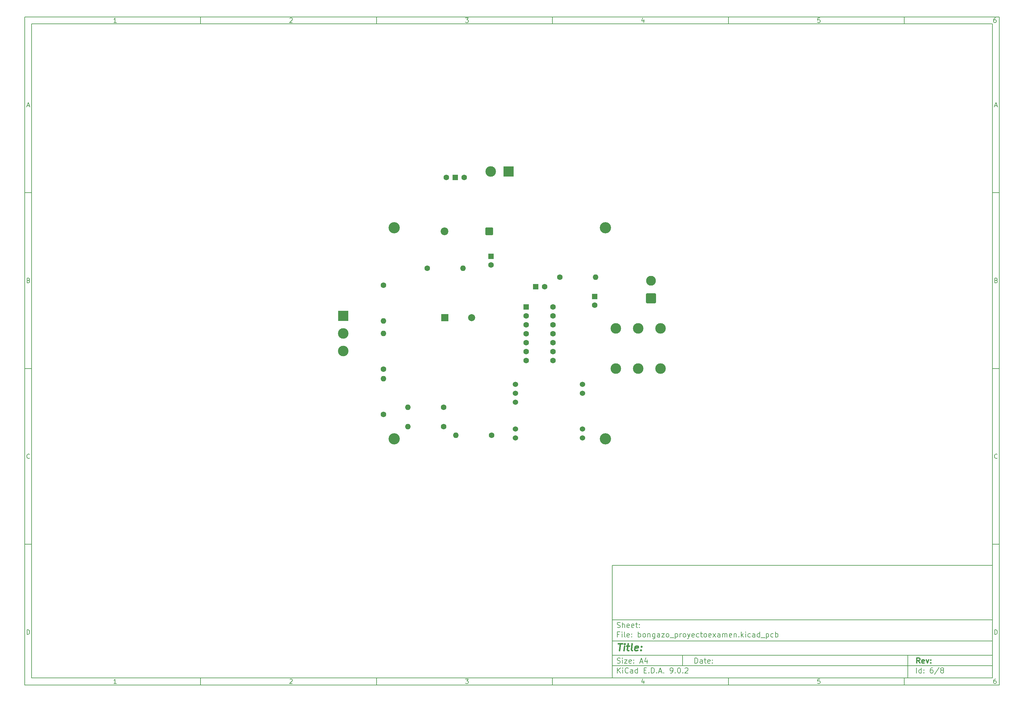
<source format=gbr>
%TF.GenerationSoftware,KiCad,Pcbnew,9.0.2*%
%TF.CreationDate,2025-06-20T15:30:42-04:00*%
%TF.ProjectId,bongazo_proyectoexamen,626f6e67-617a-46f5-9f70-726f79656374,rev?*%
%TF.SameCoordinates,Original*%
%TF.FileFunction,Soldermask,Bot*%
%TF.FilePolarity,Negative*%
%FSLAX46Y46*%
G04 Gerber Fmt 4.6, Leading zero omitted, Abs format (unit mm)*
G04 Created by KiCad (PCBNEW 9.0.2) date 2025-06-20 15:30:42*
%MOMM*%
%LPD*%
G01*
G04 APERTURE LIST*
G04 Aperture macros list*
%AMRoundRect*
0 Rectangle with rounded corners*
0 $1 Rounding radius*
0 $2 $3 $4 $5 $6 $7 $8 $9 X,Y pos of 4 corners*
0 Add a 4 corners polygon primitive as box body*
4,1,4,$2,$3,$4,$5,$6,$7,$8,$9,$2,$3,0*
0 Add four circle primitives for the rounded corners*
1,1,$1+$1,$2,$3*
1,1,$1+$1,$4,$5*
1,1,$1+$1,$6,$7*
1,1,$1+$1,$8,$9*
0 Add four rect primitives between the rounded corners*
20,1,$1+$1,$2,$3,$4,$5,0*
20,1,$1+$1,$4,$5,$6,$7,0*
20,1,$1+$1,$6,$7,$8,$9,0*
20,1,$1+$1,$8,$9,$2,$3,0*%
G04 Aperture macros list end*
%ADD10C,0.100000*%
%ADD11C,0.150000*%
%ADD12C,0.300000*%
%ADD13C,0.400000*%
%ADD14C,1.600000*%
%ADD15O,1.600000X1.600000*%
%ADD16RoundRect,0.250000X-0.550000X-0.550000X0.550000X-0.550000X0.550000X0.550000X-0.550000X0.550000X0*%
%ADD17C,3.200000*%
%ADD18RoundRect,0.250001X1.149999X-1.149999X1.149999X1.149999X-1.149999X1.149999X-1.149999X-1.149999X0*%
%ADD19C,2.800000*%
%ADD20R,2.000000X2.000000*%
%ADD21C,2.000000*%
%ADD22R,1.600000X1.600000*%
%ADD23R,3.000000X3.000000*%
%ADD24C,3.000000*%
%ADD25C,1.524000*%
%ADD26R,1.500000X1.500000*%
%ADD27RoundRect,0.249999X0.850001X0.850001X-0.850001X0.850001X-0.850001X-0.850001X0.850001X-0.850001X0*%
%ADD28C,2.200000*%
%ADD29RoundRect,0.250000X-0.550000X0.550000X-0.550000X-0.550000X0.550000X-0.550000X0.550000X0.550000X0*%
G04 APERTURE END LIST*
D10*
D11*
X177002200Y-166007200D02*
X285002200Y-166007200D01*
X285002200Y-198007200D01*
X177002200Y-198007200D01*
X177002200Y-166007200D01*
D10*
D11*
X10000000Y-10000000D02*
X287002200Y-10000000D01*
X287002200Y-200007200D01*
X10000000Y-200007200D01*
X10000000Y-10000000D01*
D10*
D11*
X12000000Y-12000000D02*
X285002200Y-12000000D01*
X285002200Y-198007200D01*
X12000000Y-198007200D01*
X12000000Y-12000000D01*
D10*
D11*
X60000000Y-12000000D02*
X60000000Y-10000000D01*
D10*
D11*
X110000000Y-12000000D02*
X110000000Y-10000000D01*
D10*
D11*
X160000000Y-12000000D02*
X160000000Y-10000000D01*
D10*
D11*
X210000000Y-12000000D02*
X210000000Y-10000000D01*
D10*
D11*
X260000000Y-12000000D02*
X260000000Y-10000000D01*
D10*
D11*
X36089160Y-11593604D02*
X35346303Y-11593604D01*
X35717731Y-11593604D02*
X35717731Y-10293604D01*
X35717731Y-10293604D02*
X35593922Y-10479319D01*
X35593922Y-10479319D02*
X35470112Y-10603128D01*
X35470112Y-10603128D02*
X35346303Y-10665033D01*
D10*
D11*
X85346303Y-10417414D02*
X85408207Y-10355509D01*
X85408207Y-10355509D02*
X85532017Y-10293604D01*
X85532017Y-10293604D02*
X85841541Y-10293604D01*
X85841541Y-10293604D02*
X85965350Y-10355509D01*
X85965350Y-10355509D02*
X86027255Y-10417414D01*
X86027255Y-10417414D02*
X86089160Y-10541223D01*
X86089160Y-10541223D02*
X86089160Y-10665033D01*
X86089160Y-10665033D02*
X86027255Y-10850747D01*
X86027255Y-10850747D02*
X85284398Y-11593604D01*
X85284398Y-11593604D02*
X86089160Y-11593604D01*
D10*
D11*
X135284398Y-10293604D02*
X136089160Y-10293604D01*
X136089160Y-10293604D02*
X135655826Y-10788842D01*
X135655826Y-10788842D02*
X135841541Y-10788842D01*
X135841541Y-10788842D02*
X135965350Y-10850747D01*
X135965350Y-10850747D02*
X136027255Y-10912652D01*
X136027255Y-10912652D02*
X136089160Y-11036461D01*
X136089160Y-11036461D02*
X136089160Y-11345985D01*
X136089160Y-11345985D02*
X136027255Y-11469795D01*
X136027255Y-11469795D02*
X135965350Y-11531700D01*
X135965350Y-11531700D02*
X135841541Y-11593604D01*
X135841541Y-11593604D02*
X135470112Y-11593604D01*
X135470112Y-11593604D02*
X135346303Y-11531700D01*
X135346303Y-11531700D02*
X135284398Y-11469795D01*
D10*
D11*
X185965350Y-10726938D02*
X185965350Y-11593604D01*
X185655826Y-10231700D02*
X185346303Y-11160271D01*
X185346303Y-11160271D02*
X186151064Y-11160271D01*
D10*
D11*
X236027255Y-10293604D02*
X235408207Y-10293604D01*
X235408207Y-10293604D02*
X235346303Y-10912652D01*
X235346303Y-10912652D02*
X235408207Y-10850747D01*
X235408207Y-10850747D02*
X235532017Y-10788842D01*
X235532017Y-10788842D02*
X235841541Y-10788842D01*
X235841541Y-10788842D02*
X235965350Y-10850747D01*
X235965350Y-10850747D02*
X236027255Y-10912652D01*
X236027255Y-10912652D02*
X236089160Y-11036461D01*
X236089160Y-11036461D02*
X236089160Y-11345985D01*
X236089160Y-11345985D02*
X236027255Y-11469795D01*
X236027255Y-11469795D02*
X235965350Y-11531700D01*
X235965350Y-11531700D02*
X235841541Y-11593604D01*
X235841541Y-11593604D02*
X235532017Y-11593604D01*
X235532017Y-11593604D02*
X235408207Y-11531700D01*
X235408207Y-11531700D02*
X235346303Y-11469795D01*
D10*
D11*
X285965350Y-10293604D02*
X285717731Y-10293604D01*
X285717731Y-10293604D02*
X285593922Y-10355509D01*
X285593922Y-10355509D02*
X285532017Y-10417414D01*
X285532017Y-10417414D02*
X285408207Y-10603128D01*
X285408207Y-10603128D02*
X285346303Y-10850747D01*
X285346303Y-10850747D02*
X285346303Y-11345985D01*
X285346303Y-11345985D02*
X285408207Y-11469795D01*
X285408207Y-11469795D02*
X285470112Y-11531700D01*
X285470112Y-11531700D02*
X285593922Y-11593604D01*
X285593922Y-11593604D02*
X285841541Y-11593604D01*
X285841541Y-11593604D02*
X285965350Y-11531700D01*
X285965350Y-11531700D02*
X286027255Y-11469795D01*
X286027255Y-11469795D02*
X286089160Y-11345985D01*
X286089160Y-11345985D02*
X286089160Y-11036461D01*
X286089160Y-11036461D02*
X286027255Y-10912652D01*
X286027255Y-10912652D02*
X285965350Y-10850747D01*
X285965350Y-10850747D02*
X285841541Y-10788842D01*
X285841541Y-10788842D02*
X285593922Y-10788842D01*
X285593922Y-10788842D02*
X285470112Y-10850747D01*
X285470112Y-10850747D02*
X285408207Y-10912652D01*
X285408207Y-10912652D02*
X285346303Y-11036461D01*
D10*
D11*
X60000000Y-198007200D02*
X60000000Y-200007200D01*
D10*
D11*
X110000000Y-198007200D02*
X110000000Y-200007200D01*
D10*
D11*
X160000000Y-198007200D02*
X160000000Y-200007200D01*
D10*
D11*
X210000000Y-198007200D02*
X210000000Y-200007200D01*
D10*
D11*
X260000000Y-198007200D02*
X260000000Y-200007200D01*
D10*
D11*
X36089160Y-199600804D02*
X35346303Y-199600804D01*
X35717731Y-199600804D02*
X35717731Y-198300804D01*
X35717731Y-198300804D02*
X35593922Y-198486519D01*
X35593922Y-198486519D02*
X35470112Y-198610328D01*
X35470112Y-198610328D02*
X35346303Y-198672233D01*
D10*
D11*
X85346303Y-198424614D02*
X85408207Y-198362709D01*
X85408207Y-198362709D02*
X85532017Y-198300804D01*
X85532017Y-198300804D02*
X85841541Y-198300804D01*
X85841541Y-198300804D02*
X85965350Y-198362709D01*
X85965350Y-198362709D02*
X86027255Y-198424614D01*
X86027255Y-198424614D02*
X86089160Y-198548423D01*
X86089160Y-198548423D02*
X86089160Y-198672233D01*
X86089160Y-198672233D02*
X86027255Y-198857947D01*
X86027255Y-198857947D02*
X85284398Y-199600804D01*
X85284398Y-199600804D02*
X86089160Y-199600804D01*
D10*
D11*
X135284398Y-198300804D02*
X136089160Y-198300804D01*
X136089160Y-198300804D02*
X135655826Y-198796042D01*
X135655826Y-198796042D02*
X135841541Y-198796042D01*
X135841541Y-198796042D02*
X135965350Y-198857947D01*
X135965350Y-198857947D02*
X136027255Y-198919852D01*
X136027255Y-198919852D02*
X136089160Y-199043661D01*
X136089160Y-199043661D02*
X136089160Y-199353185D01*
X136089160Y-199353185D02*
X136027255Y-199476995D01*
X136027255Y-199476995D02*
X135965350Y-199538900D01*
X135965350Y-199538900D02*
X135841541Y-199600804D01*
X135841541Y-199600804D02*
X135470112Y-199600804D01*
X135470112Y-199600804D02*
X135346303Y-199538900D01*
X135346303Y-199538900D02*
X135284398Y-199476995D01*
D10*
D11*
X185965350Y-198734138D02*
X185965350Y-199600804D01*
X185655826Y-198238900D02*
X185346303Y-199167471D01*
X185346303Y-199167471D02*
X186151064Y-199167471D01*
D10*
D11*
X236027255Y-198300804D02*
X235408207Y-198300804D01*
X235408207Y-198300804D02*
X235346303Y-198919852D01*
X235346303Y-198919852D02*
X235408207Y-198857947D01*
X235408207Y-198857947D02*
X235532017Y-198796042D01*
X235532017Y-198796042D02*
X235841541Y-198796042D01*
X235841541Y-198796042D02*
X235965350Y-198857947D01*
X235965350Y-198857947D02*
X236027255Y-198919852D01*
X236027255Y-198919852D02*
X236089160Y-199043661D01*
X236089160Y-199043661D02*
X236089160Y-199353185D01*
X236089160Y-199353185D02*
X236027255Y-199476995D01*
X236027255Y-199476995D02*
X235965350Y-199538900D01*
X235965350Y-199538900D02*
X235841541Y-199600804D01*
X235841541Y-199600804D02*
X235532017Y-199600804D01*
X235532017Y-199600804D02*
X235408207Y-199538900D01*
X235408207Y-199538900D02*
X235346303Y-199476995D01*
D10*
D11*
X285965350Y-198300804D02*
X285717731Y-198300804D01*
X285717731Y-198300804D02*
X285593922Y-198362709D01*
X285593922Y-198362709D02*
X285532017Y-198424614D01*
X285532017Y-198424614D02*
X285408207Y-198610328D01*
X285408207Y-198610328D02*
X285346303Y-198857947D01*
X285346303Y-198857947D02*
X285346303Y-199353185D01*
X285346303Y-199353185D02*
X285408207Y-199476995D01*
X285408207Y-199476995D02*
X285470112Y-199538900D01*
X285470112Y-199538900D02*
X285593922Y-199600804D01*
X285593922Y-199600804D02*
X285841541Y-199600804D01*
X285841541Y-199600804D02*
X285965350Y-199538900D01*
X285965350Y-199538900D02*
X286027255Y-199476995D01*
X286027255Y-199476995D02*
X286089160Y-199353185D01*
X286089160Y-199353185D02*
X286089160Y-199043661D01*
X286089160Y-199043661D02*
X286027255Y-198919852D01*
X286027255Y-198919852D02*
X285965350Y-198857947D01*
X285965350Y-198857947D02*
X285841541Y-198796042D01*
X285841541Y-198796042D02*
X285593922Y-198796042D01*
X285593922Y-198796042D02*
X285470112Y-198857947D01*
X285470112Y-198857947D02*
X285408207Y-198919852D01*
X285408207Y-198919852D02*
X285346303Y-199043661D01*
D10*
D11*
X10000000Y-60000000D02*
X12000000Y-60000000D01*
D10*
D11*
X10000000Y-110000000D02*
X12000000Y-110000000D01*
D10*
D11*
X10000000Y-160000000D02*
X12000000Y-160000000D01*
D10*
D11*
X10690476Y-35222176D02*
X11309523Y-35222176D01*
X10566666Y-35593604D02*
X10999999Y-34293604D01*
X10999999Y-34293604D02*
X11433333Y-35593604D01*
D10*
D11*
X11092857Y-84912652D02*
X11278571Y-84974557D01*
X11278571Y-84974557D02*
X11340476Y-85036461D01*
X11340476Y-85036461D02*
X11402380Y-85160271D01*
X11402380Y-85160271D02*
X11402380Y-85345985D01*
X11402380Y-85345985D02*
X11340476Y-85469795D01*
X11340476Y-85469795D02*
X11278571Y-85531700D01*
X11278571Y-85531700D02*
X11154761Y-85593604D01*
X11154761Y-85593604D02*
X10659523Y-85593604D01*
X10659523Y-85593604D02*
X10659523Y-84293604D01*
X10659523Y-84293604D02*
X11092857Y-84293604D01*
X11092857Y-84293604D02*
X11216666Y-84355509D01*
X11216666Y-84355509D02*
X11278571Y-84417414D01*
X11278571Y-84417414D02*
X11340476Y-84541223D01*
X11340476Y-84541223D02*
X11340476Y-84665033D01*
X11340476Y-84665033D02*
X11278571Y-84788842D01*
X11278571Y-84788842D02*
X11216666Y-84850747D01*
X11216666Y-84850747D02*
X11092857Y-84912652D01*
X11092857Y-84912652D02*
X10659523Y-84912652D01*
D10*
D11*
X11402380Y-135469795D02*
X11340476Y-135531700D01*
X11340476Y-135531700D02*
X11154761Y-135593604D01*
X11154761Y-135593604D02*
X11030952Y-135593604D01*
X11030952Y-135593604D02*
X10845238Y-135531700D01*
X10845238Y-135531700D02*
X10721428Y-135407890D01*
X10721428Y-135407890D02*
X10659523Y-135284080D01*
X10659523Y-135284080D02*
X10597619Y-135036461D01*
X10597619Y-135036461D02*
X10597619Y-134850747D01*
X10597619Y-134850747D02*
X10659523Y-134603128D01*
X10659523Y-134603128D02*
X10721428Y-134479319D01*
X10721428Y-134479319D02*
X10845238Y-134355509D01*
X10845238Y-134355509D02*
X11030952Y-134293604D01*
X11030952Y-134293604D02*
X11154761Y-134293604D01*
X11154761Y-134293604D02*
X11340476Y-134355509D01*
X11340476Y-134355509D02*
X11402380Y-134417414D01*
D10*
D11*
X10659523Y-185593604D02*
X10659523Y-184293604D01*
X10659523Y-184293604D02*
X10969047Y-184293604D01*
X10969047Y-184293604D02*
X11154761Y-184355509D01*
X11154761Y-184355509D02*
X11278571Y-184479319D01*
X11278571Y-184479319D02*
X11340476Y-184603128D01*
X11340476Y-184603128D02*
X11402380Y-184850747D01*
X11402380Y-184850747D02*
X11402380Y-185036461D01*
X11402380Y-185036461D02*
X11340476Y-185284080D01*
X11340476Y-185284080D02*
X11278571Y-185407890D01*
X11278571Y-185407890D02*
X11154761Y-185531700D01*
X11154761Y-185531700D02*
X10969047Y-185593604D01*
X10969047Y-185593604D02*
X10659523Y-185593604D01*
D10*
D11*
X287002200Y-60000000D02*
X285002200Y-60000000D01*
D10*
D11*
X287002200Y-110000000D02*
X285002200Y-110000000D01*
D10*
D11*
X287002200Y-160000000D02*
X285002200Y-160000000D01*
D10*
D11*
X285692676Y-35222176D02*
X286311723Y-35222176D01*
X285568866Y-35593604D02*
X286002199Y-34293604D01*
X286002199Y-34293604D02*
X286435533Y-35593604D01*
D10*
D11*
X286095057Y-84912652D02*
X286280771Y-84974557D01*
X286280771Y-84974557D02*
X286342676Y-85036461D01*
X286342676Y-85036461D02*
X286404580Y-85160271D01*
X286404580Y-85160271D02*
X286404580Y-85345985D01*
X286404580Y-85345985D02*
X286342676Y-85469795D01*
X286342676Y-85469795D02*
X286280771Y-85531700D01*
X286280771Y-85531700D02*
X286156961Y-85593604D01*
X286156961Y-85593604D02*
X285661723Y-85593604D01*
X285661723Y-85593604D02*
X285661723Y-84293604D01*
X285661723Y-84293604D02*
X286095057Y-84293604D01*
X286095057Y-84293604D02*
X286218866Y-84355509D01*
X286218866Y-84355509D02*
X286280771Y-84417414D01*
X286280771Y-84417414D02*
X286342676Y-84541223D01*
X286342676Y-84541223D02*
X286342676Y-84665033D01*
X286342676Y-84665033D02*
X286280771Y-84788842D01*
X286280771Y-84788842D02*
X286218866Y-84850747D01*
X286218866Y-84850747D02*
X286095057Y-84912652D01*
X286095057Y-84912652D02*
X285661723Y-84912652D01*
D10*
D11*
X286404580Y-135469795D02*
X286342676Y-135531700D01*
X286342676Y-135531700D02*
X286156961Y-135593604D01*
X286156961Y-135593604D02*
X286033152Y-135593604D01*
X286033152Y-135593604D02*
X285847438Y-135531700D01*
X285847438Y-135531700D02*
X285723628Y-135407890D01*
X285723628Y-135407890D02*
X285661723Y-135284080D01*
X285661723Y-135284080D02*
X285599819Y-135036461D01*
X285599819Y-135036461D02*
X285599819Y-134850747D01*
X285599819Y-134850747D02*
X285661723Y-134603128D01*
X285661723Y-134603128D02*
X285723628Y-134479319D01*
X285723628Y-134479319D02*
X285847438Y-134355509D01*
X285847438Y-134355509D02*
X286033152Y-134293604D01*
X286033152Y-134293604D02*
X286156961Y-134293604D01*
X286156961Y-134293604D02*
X286342676Y-134355509D01*
X286342676Y-134355509D02*
X286404580Y-134417414D01*
D10*
D11*
X285661723Y-185593604D02*
X285661723Y-184293604D01*
X285661723Y-184293604D02*
X285971247Y-184293604D01*
X285971247Y-184293604D02*
X286156961Y-184355509D01*
X286156961Y-184355509D02*
X286280771Y-184479319D01*
X286280771Y-184479319D02*
X286342676Y-184603128D01*
X286342676Y-184603128D02*
X286404580Y-184850747D01*
X286404580Y-184850747D02*
X286404580Y-185036461D01*
X286404580Y-185036461D02*
X286342676Y-185284080D01*
X286342676Y-185284080D02*
X286280771Y-185407890D01*
X286280771Y-185407890D02*
X286156961Y-185531700D01*
X286156961Y-185531700D02*
X285971247Y-185593604D01*
X285971247Y-185593604D02*
X285661723Y-185593604D01*
D10*
D11*
X200458026Y-193793328D02*
X200458026Y-192293328D01*
X200458026Y-192293328D02*
X200815169Y-192293328D01*
X200815169Y-192293328D02*
X201029455Y-192364757D01*
X201029455Y-192364757D02*
X201172312Y-192507614D01*
X201172312Y-192507614D02*
X201243741Y-192650471D01*
X201243741Y-192650471D02*
X201315169Y-192936185D01*
X201315169Y-192936185D02*
X201315169Y-193150471D01*
X201315169Y-193150471D02*
X201243741Y-193436185D01*
X201243741Y-193436185D02*
X201172312Y-193579042D01*
X201172312Y-193579042D02*
X201029455Y-193721900D01*
X201029455Y-193721900D02*
X200815169Y-193793328D01*
X200815169Y-193793328D02*
X200458026Y-193793328D01*
X202600884Y-193793328D02*
X202600884Y-193007614D01*
X202600884Y-193007614D02*
X202529455Y-192864757D01*
X202529455Y-192864757D02*
X202386598Y-192793328D01*
X202386598Y-192793328D02*
X202100884Y-192793328D01*
X202100884Y-192793328D02*
X201958026Y-192864757D01*
X202600884Y-193721900D02*
X202458026Y-193793328D01*
X202458026Y-193793328D02*
X202100884Y-193793328D01*
X202100884Y-193793328D02*
X201958026Y-193721900D01*
X201958026Y-193721900D02*
X201886598Y-193579042D01*
X201886598Y-193579042D02*
X201886598Y-193436185D01*
X201886598Y-193436185D02*
X201958026Y-193293328D01*
X201958026Y-193293328D02*
X202100884Y-193221900D01*
X202100884Y-193221900D02*
X202458026Y-193221900D01*
X202458026Y-193221900D02*
X202600884Y-193150471D01*
X203100884Y-192793328D02*
X203672312Y-192793328D01*
X203315169Y-192293328D02*
X203315169Y-193579042D01*
X203315169Y-193579042D02*
X203386598Y-193721900D01*
X203386598Y-193721900D02*
X203529455Y-193793328D01*
X203529455Y-193793328D02*
X203672312Y-193793328D01*
X204743741Y-193721900D02*
X204600884Y-193793328D01*
X204600884Y-193793328D02*
X204315170Y-193793328D01*
X204315170Y-193793328D02*
X204172312Y-193721900D01*
X204172312Y-193721900D02*
X204100884Y-193579042D01*
X204100884Y-193579042D02*
X204100884Y-193007614D01*
X204100884Y-193007614D02*
X204172312Y-192864757D01*
X204172312Y-192864757D02*
X204315170Y-192793328D01*
X204315170Y-192793328D02*
X204600884Y-192793328D01*
X204600884Y-192793328D02*
X204743741Y-192864757D01*
X204743741Y-192864757D02*
X204815170Y-193007614D01*
X204815170Y-193007614D02*
X204815170Y-193150471D01*
X204815170Y-193150471D02*
X204100884Y-193293328D01*
X205458026Y-193650471D02*
X205529455Y-193721900D01*
X205529455Y-193721900D02*
X205458026Y-193793328D01*
X205458026Y-193793328D02*
X205386598Y-193721900D01*
X205386598Y-193721900D02*
X205458026Y-193650471D01*
X205458026Y-193650471D02*
X205458026Y-193793328D01*
X205458026Y-192864757D02*
X205529455Y-192936185D01*
X205529455Y-192936185D02*
X205458026Y-193007614D01*
X205458026Y-193007614D02*
X205386598Y-192936185D01*
X205386598Y-192936185D02*
X205458026Y-192864757D01*
X205458026Y-192864757D02*
X205458026Y-193007614D01*
D10*
D11*
X177002200Y-194507200D02*
X285002200Y-194507200D01*
D10*
D11*
X178458026Y-196593328D02*
X178458026Y-195093328D01*
X179315169Y-196593328D02*
X178672312Y-195736185D01*
X179315169Y-195093328D02*
X178458026Y-195950471D01*
X179958026Y-196593328D02*
X179958026Y-195593328D01*
X179958026Y-195093328D02*
X179886598Y-195164757D01*
X179886598Y-195164757D02*
X179958026Y-195236185D01*
X179958026Y-195236185D02*
X180029455Y-195164757D01*
X180029455Y-195164757D02*
X179958026Y-195093328D01*
X179958026Y-195093328D02*
X179958026Y-195236185D01*
X181529455Y-196450471D02*
X181458027Y-196521900D01*
X181458027Y-196521900D02*
X181243741Y-196593328D01*
X181243741Y-196593328D02*
X181100884Y-196593328D01*
X181100884Y-196593328D02*
X180886598Y-196521900D01*
X180886598Y-196521900D02*
X180743741Y-196379042D01*
X180743741Y-196379042D02*
X180672312Y-196236185D01*
X180672312Y-196236185D02*
X180600884Y-195950471D01*
X180600884Y-195950471D02*
X180600884Y-195736185D01*
X180600884Y-195736185D02*
X180672312Y-195450471D01*
X180672312Y-195450471D02*
X180743741Y-195307614D01*
X180743741Y-195307614D02*
X180886598Y-195164757D01*
X180886598Y-195164757D02*
X181100884Y-195093328D01*
X181100884Y-195093328D02*
X181243741Y-195093328D01*
X181243741Y-195093328D02*
X181458027Y-195164757D01*
X181458027Y-195164757D02*
X181529455Y-195236185D01*
X182815170Y-196593328D02*
X182815170Y-195807614D01*
X182815170Y-195807614D02*
X182743741Y-195664757D01*
X182743741Y-195664757D02*
X182600884Y-195593328D01*
X182600884Y-195593328D02*
X182315170Y-195593328D01*
X182315170Y-195593328D02*
X182172312Y-195664757D01*
X182815170Y-196521900D02*
X182672312Y-196593328D01*
X182672312Y-196593328D02*
X182315170Y-196593328D01*
X182315170Y-196593328D02*
X182172312Y-196521900D01*
X182172312Y-196521900D02*
X182100884Y-196379042D01*
X182100884Y-196379042D02*
X182100884Y-196236185D01*
X182100884Y-196236185D02*
X182172312Y-196093328D01*
X182172312Y-196093328D02*
X182315170Y-196021900D01*
X182315170Y-196021900D02*
X182672312Y-196021900D01*
X182672312Y-196021900D02*
X182815170Y-195950471D01*
X184172313Y-196593328D02*
X184172313Y-195093328D01*
X184172313Y-196521900D02*
X184029455Y-196593328D01*
X184029455Y-196593328D02*
X183743741Y-196593328D01*
X183743741Y-196593328D02*
X183600884Y-196521900D01*
X183600884Y-196521900D02*
X183529455Y-196450471D01*
X183529455Y-196450471D02*
X183458027Y-196307614D01*
X183458027Y-196307614D02*
X183458027Y-195879042D01*
X183458027Y-195879042D02*
X183529455Y-195736185D01*
X183529455Y-195736185D02*
X183600884Y-195664757D01*
X183600884Y-195664757D02*
X183743741Y-195593328D01*
X183743741Y-195593328D02*
X184029455Y-195593328D01*
X184029455Y-195593328D02*
X184172313Y-195664757D01*
X186029455Y-195807614D02*
X186529455Y-195807614D01*
X186743741Y-196593328D02*
X186029455Y-196593328D01*
X186029455Y-196593328D02*
X186029455Y-195093328D01*
X186029455Y-195093328D02*
X186743741Y-195093328D01*
X187386598Y-196450471D02*
X187458027Y-196521900D01*
X187458027Y-196521900D02*
X187386598Y-196593328D01*
X187386598Y-196593328D02*
X187315170Y-196521900D01*
X187315170Y-196521900D02*
X187386598Y-196450471D01*
X187386598Y-196450471D02*
X187386598Y-196593328D01*
X188100884Y-196593328D02*
X188100884Y-195093328D01*
X188100884Y-195093328D02*
X188458027Y-195093328D01*
X188458027Y-195093328D02*
X188672313Y-195164757D01*
X188672313Y-195164757D02*
X188815170Y-195307614D01*
X188815170Y-195307614D02*
X188886599Y-195450471D01*
X188886599Y-195450471D02*
X188958027Y-195736185D01*
X188958027Y-195736185D02*
X188958027Y-195950471D01*
X188958027Y-195950471D02*
X188886599Y-196236185D01*
X188886599Y-196236185D02*
X188815170Y-196379042D01*
X188815170Y-196379042D02*
X188672313Y-196521900D01*
X188672313Y-196521900D02*
X188458027Y-196593328D01*
X188458027Y-196593328D02*
X188100884Y-196593328D01*
X189600884Y-196450471D02*
X189672313Y-196521900D01*
X189672313Y-196521900D02*
X189600884Y-196593328D01*
X189600884Y-196593328D02*
X189529456Y-196521900D01*
X189529456Y-196521900D02*
X189600884Y-196450471D01*
X189600884Y-196450471D02*
X189600884Y-196593328D01*
X190243742Y-196164757D02*
X190958028Y-196164757D01*
X190100885Y-196593328D02*
X190600885Y-195093328D01*
X190600885Y-195093328D02*
X191100885Y-196593328D01*
X191600884Y-196450471D02*
X191672313Y-196521900D01*
X191672313Y-196521900D02*
X191600884Y-196593328D01*
X191600884Y-196593328D02*
X191529456Y-196521900D01*
X191529456Y-196521900D02*
X191600884Y-196450471D01*
X191600884Y-196450471D02*
X191600884Y-196593328D01*
X193529456Y-196593328D02*
X193815170Y-196593328D01*
X193815170Y-196593328D02*
X193958027Y-196521900D01*
X193958027Y-196521900D02*
X194029456Y-196450471D01*
X194029456Y-196450471D02*
X194172313Y-196236185D01*
X194172313Y-196236185D02*
X194243742Y-195950471D01*
X194243742Y-195950471D02*
X194243742Y-195379042D01*
X194243742Y-195379042D02*
X194172313Y-195236185D01*
X194172313Y-195236185D02*
X194100885Y-195164757D01*
X194100885Y-195164757D02*
X193958027Y-195093328D01*
X193958027Y-195093328D02*
X193672313Y-195093328D01*
X193672313Y-195093328D02*
X193529456Y-195164757D01*
X193529456Y-195164757D02*
X193458027Y-195236185D01*
X193458027Y-195236185D02*
X193386599Y-195379042D01*
X193386599Y-195379042D02*
X193386599Y-195736185D01*
X193386599Y-195736185D02*
X193458027Y-195879042D01*
X193458027Y-195879042D02*
X193529456Y-195950471D01*
X193529456Y-195950471D02*
X193672313Y-196021900D01*
X193672313Y-196021900D02*
X193958027Y-196021900D01*
X193958027Y-196021900D02*
X194100885Y-195950471D01*
X194100885Y-195950471D02*
X194172313Y-195879042D01*
X194172313Y-195879042D02*
X194243742Y-195736185D01*
X194886598Y-196450471D02*
X194958027Y-196521900D01*
X194958027Y-196521900D02*
X194886598Y-196593328D01*
X194886598Y-196593328D02*
X194815170Y-196521900D01*
X194815170Y-196521900D02*
X194886598Y-196450471D01*
X194886598Y-196450471D02*
X194886598Y-196593328D01*
X195886599Y-195093328D02*
X196029456Y-195093328D01*
X196029456Y-195093328D02*
X196172313Y-195164757D01*
X196172313Y-195164757D02*
X196243742Y-195236185D01*
X196243742Y-195236185D02*
X196315170Y-195379042D01*
X196315170Y-195379042D02*
X196386599Y-195664757D01*
X196386599Y-195664757D02*
X196386599Y-196021900D01*
X196386599Y-196021900D02*
X196315170Y-196307614D01*
X196315170Y-196307614D02*
X196243742Y-196450471D01*
X196243742Y-196450471D02*
X196172313Y-196521900D01*
X196172313Y-196521900D02*
X196029456Y-196593328D01*
X196029456Y-196593328D02*
X195886599Y-196593328D01*
X195886599Y-196593328D02*
X195743742Y-196521900D01*
X195743742Y-196521900D02*
X195672313Y-196450471D01*
X195672313Y-196450471D02*
X195600884Y-196307614D01*
X195600884Y-196307614D02*
X195529456Y-196021900D01*
X195529456Y-196021900D02*
X195529456Y-195664757D01*
X195529456Y-195664757D02*
X195600884Y-195379042D01*
X195600884Y-195379042D02*
X195672313Y-195236185D01*
X195672313Y-195236185D02*
X195743742Y-195164757D01*
X195743742Y-195164757D02*
X195886599Y-195093328D01*
X197029455Y-196450471D02*
X197100884Y-196521900D01*
X197100884Y-196521900D02*
X197029455Y-196593328D01*
X197029455Y-196593328D02*
X196958027Y-196521900D01*
X196958027Y-196521900D02*
X197029455Y-196450471D01*
X197029455Y-196450471D02*
X197029455Y-196593328D01*
X197672313Y-195236185D02*
X197743741Y-195164757D01*
X197743741Y-195164757D02*
X197886599Y-195093328D01*
X197886599Y-195093328D02*
X198243741Y-195093328D01*
X198243741Y-195093328D02*
X198386599Y-195164757D01*
X198386599Y-195164757D02*
X198458027Y-195236185D01*
X198458027Y-195236185D02*
X198529456Y-195379042D01*
X198529456Y-195379042D02*
X198529456Y-195521900D01*
X198529456Y-195521900D02*
X198458027Y-195736185D01*
X198458027Y-195736185D02*
X197600884Y-196593328D01*
X197600884Y-196593328D02*
X198529456Y-196593328D01*
D10*
D11*
X177002200Y-191507200D02*
X285002200Y-191507200D01*
D10*
D12*
X264413853Y-193785528D02*
X263913853Y-193071242D01*
X263556710Y-193785528D02*
X263556710Y-192285528D01*
X263556710Y-192285528D02*
X264128139Y-192285528D01*
X264128139Y-192285528D02*
X264270996Y-192356957D01*
X264270996Y-192356957D02*
X264342425Y-192428385D01*
X264342425Y-192428385D02*
X264413853Y-192571242D01*
X264413853Y-192571242D02*
X264413853Y-192785528D01*
X264413853Y-192785528D02*
X264342425Y-192928385D01*
X264342425Y-192928385D02*
X264270996Y-192999814D01*
X264270996Y-192999814D02*
X264128139Y-193071242D01*
X264128139Y-193071242D02*
X263556710Y-193071242D01*
X265628139Y-193714100D02*
X265485282Y-193785528D01*
X265485282Y-193785528D02*
X265199568Y-193785528D01*
X265199568Y-193785528D02*
X265056710Y-193714100D01*
X265056710Y-193714100D02*
X264985282Y-193571242D01*
X264985282Y-193571242D02*
X264985282Y-192999814D01*
X264985282Y-192999814D02*
X265056710Y-192856957D01*
X265056710Y-192856957D02*
X265199568Y-192785528D01*
X265199568Y-192785528D02*
X265485282Y-192785528D01*
X265485282Y-192785528D02*
X265628139Y-192856957D01*
X265628139Y-192856957D02*
X265699568Y-192999814D01*
X265699568Y-192999814D02*
X265699568Y-193142671D01*
X265699568Y-193142671D02*
X264985282Y-193285528D01*
X266199567Y-192785528D02*
X266556710Y-193785528D01*
X266556710Y-193785528D02*
X266913853Y-192785528D01*
X267485281Y-193642671D02*
X267556710Y-193714100D01*
X267556710Y-193714100D02*
X267485281Y-193785528D01*
X267485281Y-193785528D02*
X267413853Y-193714100D01*
X267413853Y-193714100D02*
X267485281Y-193642671D01*
X267485281Y-193642671D02*
X267485281Y-193785528D01*
X267485281Y-192856957D02*
X267556710Y-192928385D01*
X267556710Y-192928385D02*
X267485281Y-192999814D01*
X267485281Y-192999814D02*
X267413853Y-192928385D01*
X267413853Y-192928385D02*
X267485281Y-192856957D01*
X267485281Y-192856957D02*
X267485281Y-192999814D01*
D10*
D11*
X178386598Y-193721900D02*
X178600884Y-193793328D01*
X178600884Y-193793328D02*
X178958026Y-193793328D01*
X178958026Y-193793328D02*
X179100884Y-193721900D01*
X179100884Y-193721900D02*
X179172312Y-193650471D01*
X179172312Y-193650471D02*
X179243741Y-193507614D01*
X179243741Y-193507614D02*
X179243741Y-193364757D01*
X179243741Y-193364757D02*
X179172312Y-193221900D01*
X179172312Y-193221900D02*
X179100884Y-193150471D01*
X179100884Y-193150471D02*
X178958026Y-193079042D01*
X178958026Y-193079042D02*
X178672312Y-193007614D01*
X178672312Y-193007614D02*
X178529455Y-192936185D01*
X178529455Y-192936185D02*
X178458026Y-192864757D01*
X178458026Y-192864757D02*
X178386598Y-192721900D01*
X178386598Y-192721900D02*
X178386598Y-192579042D01*
X178386598Y-192579042D02*
X178458026Y-192436185D01*
X178458026Y-192436185D02*
X178529455Y-192364757D01*
X178529455Y-192364757D02*
X178672312Y-192293328D01*
X178672312Y-192293328D02*
X179029455Y-192293328D01*
X179029455Y-192293328D02*
X179243741Y-192364757D01*
X179886597Y-193793328D02*
X179886597Y-192793328D01*
X179886597Y-192293328D02*
X179815169Y-192364757D01*
X179815169Y-192364757D02*
X179886597Y-192436185D01*
X179886597Y-192436185D02*
X179958026Y-192364757D01*
X179958026Y-192364757D02*
X179886597Y-192293328D01*
X179886597Y-192293328D02*
X179886597Y-192436185D01*
X180458026Y-192793328D02*
X181243741Y-192793328D01*
X181243741Y-192793328D02*
X180458026Y-193793328D01*
X180458026Y-193793328D02*
X181243741Y-193793328D01*
X182386598Y-193721900D02*
X182243741Y-193793328D01*
X182243741Y-193793328D02*
X181958027Y-193793328D01*
X181958027Y-193793328D02*
X181815169Y-193721900D01*
X181815169Y-193721900D02*
X181743741Y-193579042D01*
X181743741Y-193579042D02*
X181743741Y-193007614D01*
X181743741Y-193007614D02*
X181815169Y-192864757D01*
X181815169Y-192864757D02*
X181958027Y-192793328D01*
X181958027Y-192793328D02*
X182243741Y-192793328D01*
X182243741Y-192793328D02*
X182386598Y-192864757D01*
X182386598Y-192864757D02*
X182458027Y-193007614D01*
X182458027Y-193007614D02*
X182458027Y-193150471D01*
X182458027Y-193150471D02*
X181743741Y-193293328D01*
X183100883Y-193650471D02*
X183172312Y-193721900D01*
X183172312Y-193721900D02*
X183100883Y-193793328D01*
X183100883Y-193793328D02*
X183029455Y-193721900D01*
X183029455Y-193721900D02*
X183100883Y-193650471D01*
X183100883Y-193650471D02*
X183100883Y-193793328D01*
X183100883Y-192864757D02*
X183172312Y-192936185D01*
X183172312Y-192936185D02*
X183100883Y-193007614D01*
X183100883Y-193007614D02*
X183029455Y-192936185D01*
X183029455Y-192936185D02*
X183100883Y-192864757D01*
X183100883Y-192864757D02*
X183100883Y-193007614D01*
X184886598Y-193364757D02*
X185600884Y-193364757D01*
X184743741Y-193793328D02*
X185243741Y-192293328D01*
X185243741Y-192293328D02*
X185743741Y-193793328D01*
X186886598Y-192793328D02*
X186886598Y-193793328D01*
X186529455Y-192221900D02*
X186172312Y-193293328D01*
X186172312Y-193293328D02*
X187100883Y-193293328D01*
D10*
D11*
X263458026Y-196593328D02*
X263458026Y-195093328D01*
X264815170Y-196593328D02*
X264815170Y-195093328D01*
X264815170Y-196521900D02*
X264672312Y-196593328D01*
X264672312Y-196593328D02*
X264386598Y-196593328D01*
X264386598Y-196593328D02*
X264243741Y-196521900D01*
X264243741Y-196521900D02*
X264172312Y-196450471D01*
X264172312Y-196450471D02*
X264100884Y-196307614D01*
X264100884Y-196307614D02*
X264100884Y-195879042D01*
X264100884Y-195879042D02*
X264172312Y-195736185D01*
X264172312Y-195736185D02*
X264243741Y-195664757D01*
X264243741Y-195664757D02*
X264386598Y-195593328D01*
X264386598Y-195593328D02*
X264672312Y-195593328D01*
X264672312Y-195593328D02*
X264815170Y-195664757D01*
X265529455Y-196450471D02*
X265600884Y-196521900D01*
X265600884Y-196521900D02*
X265529455Y-196593328D01*
X265529455Y-196593328D02*
X265458027Y-196521900D01*
X265458027Y-196521900D02*
X265529455Y-196450471D01*
X265529455Y-196450471D02*
X265529455Y-196593328D01*
X265529455Y-195664757D02*
X265600884Y-195736185D01*
X265600884Y-195736185D02*
X265529455Y-195807614D01*
X265529455Y-195807614D02*
X265458027Y-195736185D01*
X265458027Y-195736185D02*
X265529455Y-195664757D01*
X265529455Y-195664757D02*
X265529455Y-195807614D01*
X268029456Y-195093328D02*
X267743741Y-195093328D01*
X267743741Y-195093328D02*
X267600884Y-195164757D01*
X267600884Y-195164757D02*
X267529456Y-195236185D01*
X267529456Y-195236185D02*
X267386598Y-195450471D01*
X267386598Y-195450471D02*
X267315170Y-195736185D01*
X267315170Y-195736185D02*
X267315170Y-196307614D01*
X267315170Y-196307614D02*
X267386598Y-196450471D01*
X267386598Y-196450471D02*
X267458027Y-196521900D01*
X267458027Y-196521900D02*
X267600884Y-196593328D01*
X267600884Y-196593328D02*
X267886598Y-196593328D01*
X267886598Y-196593328D02*
X268029456Y-196521900D01*
X268029456Y-196521900D02*
X268100884Y-196450471D01*
X268100884Y-196450471D02*
X268172313Y-196307614D01*
X268172313Y-196307614D02*
X268172313Y-195950471D01*
X268172313Y-195950471D02*
X268100884Y-195807614D01*
X268100884Y-195807614D02*
X268029456Y-195736185D01*
X268029456Y-195736185D02*
X267886598Y-195664757D01*
X267886598Y-195664757D02*
X267600884Y-195664757D01*
X267600884Y-195664757D02*
X267458027Y-195736185D01*
X267458027Y-195736185D02*
X267386598Y-195807614D01*
X267386598Y-195807614D02*
X267315170Y-195950471D01*
X269886598Y-195021900D02*
X268600884Y-196950471D01*
X270600884Y-195736185D02*
X270458027Y-195664757D01*
X270458027Y-195664757D02*
X270386598Y-195593328D01*
X270386598Y-195593328D02*
X270315170Y-195450471D01*
X270315170Y-195450471D02*
X270315170Y-195379042D01*
X270315170Y-195379042D02*
X270386598Y-195236185D01*
X270386598Y-195236185D02*
X270458027Y-195164757D01*
X270458027Y-195164757D02*
X270600884Y-195093328D01*
X270600884Y-195093328D02*
X270886598Y-195093328D01*
X270886598Y-195093328D02*
X271029456Y-195164757D01*
X271029456Y-195164757D02*
X271100884Y-195236185D01*
X271100884Y-195236185D02*
X271172313Y-195379042D01*
X271172313Y-195379042D02*
X271172313Y-195450471D01*
X271172313Y-195450471D02*
X271100884Y-195593328D01*
X271100884Y-195593328D02*
X271029456Y-195664757D01*
X271029456Y-195664757D02*
X270886598Y-195736185D01*
X270886598Y-195736185D02*
X270600884Y-195736185D01*
X270600884Y-195736185D02*
X270458027Y-195807614D01*
X270458027Y-195807614D02*
X270386598Y-195879042D01*
X270386598Y-195879042D02*
X270315170Y-196021900D01*
X270315170Y-196021900D02*
X270315170Y-196307614D01*
X270315170Y-196307614D02*
X270386598Y-196450471D01*
X270386598Y-196450471D02*
X270458027Y-196521900D01*
X270458027Y-196521900D02*
X270600884Y-196593328D01*
X270600884Y-196593328D02*
X270886598Y-196593328D01*
X270886598Y-196593328D02*
X271029456Y-196521900D01*
X271029456Y-196521900D02*
X271100884Y-196450471D01*
X271100884Y-196450471D02*
X271172313Y-196307614D01*
X271172313Y-196307614D02*
X271172313Y-196021900D01*
X271172313Y-196021900D02*
X271100884Y-195879042D01*
X271100884Y-195879042D02*
X271029456Y-195807614D01*
X271029456Y-195807614D02*
X270886598Y-195736185D01*
D10*
D11*
X177002200Y-187507200D02*
X285002200Y-187507200D01*
D10*
D13*
X178693928Y-188211638D02*
X179836785Y-188211638D01*
X179015357Y-190211638D02*
X179265357Y-188211638D01*
X180253452Y-190211638D02*
X180420119Y-188878304D01*
X180503452Y-188211638D02*
X180396309Y-188306876D01*
X180396309Y-188306876D02*
X180479643Y-188402114D01*
X180479643Y-188402114D02*
X180586786Y-188306876D01*
X180586786Y-188306876D02*
X180503452Y-188211638D01*
X180503452Y-188211638D02*
X180479643Y-188402114D01*
X181086786Y-188878304D02*
X181848690Y-188878304D01*
X181455833Y-188211638D02*
X181241548Y-189925923D01*
X181241548Y-189925923D02*
X181312976Y-190116400D01*
X181312976Y-190116400D02*
X181491548Y-190211638D01*
X181491548Y-190211638D02*
X181682024Y-190211638D01*
X182634405Y-190211638D02*
X182455833Y-190116400D01*
X182455833Y-190116400D02*
X182384405Y-189925923D01*
X182384405Y-189925923D02*
X182598690Y-188211638D01*
X184170119Y-190116400D02*
X183967738Y-190211638D01*
X183967738Y-190211638D02*
X183586785Y-190211638D01*
X183586785Y-190211638D02*
X183408214Y-190116400D01*
X183408214Y-190116400D02*
X183336785Y-189925923D01*
X183336785Y-189925923D02*
X183432024Y-189164019D01*
X183432024Y-189164019D02*
X183551071Y-188973542D01*
X183551071Y-188973542D02*
X183753452Y-188878304D01*
X183753452Y-188878304D02*
X184134404Y-188878304D01*
X184134404Y-188878304D02*
X184312976Y-188973542D01*
X184312976Y-188973542D02*
X184384404Y-189164019D01*
X184384404Y-189164019D02*
X184360595Y-189354495D01*
X184360595Y-189354495D02*
X183384404Y-189544971D01*
X185134405Y-190021161D02*
X185217738Y-190116400D01*
X185217738Y-190116400D02*
X185110595Y-190211638D01*
X185110595Y-190211638D02*
X185027262Y-190116400D01*
X185027262Y-190116400D02*
X185134405Y-190021161D01*
X185134405Y-190021161D02*
X185110595Y-190211638D01*
X185265357Y-188973542D02*
X185348690Y-189068780D01*
X185348690Y-189068780D02*
X185241548Y-189164019D01*
X185241548Y-189164019D02*
X185158214Y-189068780D01*
X185158214Y-189068780D02*
X185265357Y-188973542D01*
X185265357Y-188973542D02*
X185241548Y-189164019D01*
D10*
D11*
X178958026Y-185607614D02*
X178458026Y-185607614D01*
X178458026Y-186393328D02*
X178458026Y-184893328D01*
X178458026Y-184893328D02*
X179172312Y-184893328D01*
X179743740Y-186393328D02*
X179743740Y-185393328D01*
X179743740Y-184893328D02*
X179672312Y-184964757D01*
X179672312Y-184964757D02*
X179743740Y-185036185D01*
X179743740Y-185036185D02*
X179815169Y-184964757D01*
X179815169Y-184964757D02*
X179743740Y-184893328D01*
X179743740Y-184893328D02*
X179743740Y-185036185D01*
X180672312Y-186393328D02*
X180529455Y-186321900D01*
X180529455Y-186321900D02*
X180458026Y-186179042D01*
X180458026Y-186179042D02*
X180458026Y-184893328D01*
X181815169Y-186321900D02*
X181672312Y-186393328D01*
X181672312Y-186393328D02*
X181386598Y-186393328D01*
X181386598Y-186393328D02*
X181243740Y-186321900D01*
X181243740Y-186321900D02*
X181172312Y-186179042D01*
X181172312Y-186179042D02*
X181172312Y-185607614D01*
X181172312Y-185607614D02*
X181243740Y-185464757D01*
X181243740Y-185464757D02*
X181386598Y-185393328D01*
X181386598Y-185393328D02*
X181672312Y-185393328D01*
X181672312Y-185393328D02*
X181815169Y-185464757D01*
X181815169Y-185464757D02*
X181886598Y-185607614D01*
X181886598Y-185607614D02*
X181886598Y-185750471D01*
X181886598Y-185750471D02*
X181172312Y-185893328D01*
X182529454Y-186250471D02*
X182600883Y-186321900D01*
X182600883Y-186321900D02*
X182529454Y-186393328D01*
X182529454Y-186393328D02*
X182458026Y-186321900D01*
X182458026Y-186321900D02*
X182529454Y-186250471D01*
X182529454Y-186250471D02*
X182529454Y-186393328D01*
X182529454Y-185464757D02*
X182600883Y-185536185D01*
X182600883Y-185536185D02*
X182529454Y-185607614D01*
X182529454Y-185607614D02*
X182458026Y-185536185D01*
X182458026Y-185536185D02*
X182529454Y-185464757D01*
X182529454Y-185464757D02*
X182529454Y-185607614D01*
X184386597Y-186393328D02*
X184386597Y-184893328D01*
X184386597Y-185464757D02*
X184529455Y-185393328D01*
X184529455Y-185393328D02*
X184815169Y-185393328D01*
X184815169Y-185393328D02*
X184958026Y-185464757D01*
X184958026Y-185464757D02*
X185029455Y-185536185D01*
X185029455Y-185536185D02*
X185100883Y-185679042D01*
X185100883Y-185679042D02*
X185100883Y-186107614D01*
X185100883Y-186107614D02*
X185029455Y-186250471D01*
X185029455Y-186250471D02*
X184958026Y-186321900D01*
X184958026Y-186321900D02*
X184815169Y-186393328D01*
X184815169Y-186393328D02*
X184529455Y-186393328D01*
X184529455Y-186393328D02*
X184386597Y-186321900D01*
X185958026Y-186393328D02*
X185815169Y-186321900D01*
X185815169Y-186321900D02*
X185743740Y-186250471D01*
X185743740Y-186250471D02*
X185672312Y-186107614D01*
X185672312Y-186107614D02*
X185672312Y-185679042D01*
X185672312Y-185679042D02*
X185743740Y-185536185D01*
X185743740Y-185536185D02*
X185815169Y-185464757D01*
X185815169Y-185464757D02*
X185958026Y-185393328D01*
X185958026Y-185393328D02*
X186172312Y-185393328D01*
X186172312Y-185393328D02*
X186315169Y-185464757D01*
X186315169Y-185464757D02*
X186386598Y-185536185D01*
X186386598Y-185536185D02*
X186458026Y-185679042D01*
X186458026Y-185679042D02*
X186458026Y-186107614D01*
X186458026Y-186107614D02*
X186386598Y-186250471D01*
X186386598Y-186250471D02*
X186315169Y-186321900D01*
X186315169Y-186321900D02*
X186172312Y-186393328D01*
X186172312Y-186393328D02*
X185958026Y-186393328D01*
X187100883Y-185393328D02*
X187100883Y-186393328D01*
X187100883Y-185536185D02*
X187172312Y-185464757D01*
X187172312Y-185464757D02*
X187315169Y-185393328D01*
X187315169Y-185393328D02*
X187529455Y-185393328D01*
X187529455Y-185393328D02*
X187672312Y-185464757D01*
X187672312Y-185464757D02*
X187743741Y-185607614D01*
X187743741Y-185607614D02*
X187743741Y-186393328D01*
X189100884Y-185393328D02*
X189100884Y-186607614D01*
X189100884Y-186607614D02*
X189029455Y-186750471D01*
X189029455Y-186750471D02*
X188958026Y-186821900D01*
X188958026Y-186821900D02*
X188815169Y-186893328D01*
X188815169Y-186893328D02*
X188600884Y-186893328D01*
X188600884Y-186893328D02*
X188458026Y-186821900D01*
X189100884Y-186321900D02*
X188958026Y-186393328D01*
X188958026Y-186393328D02*
X188672312Y-186393328D01*
X188672312Y-186393328D02*
X188529455Y-186321900D01*
X188529455Y-186321900D02*
X188458026Y-186250471D01*
X188458026Y-186250471D02*
X188386598Y-186107614D01*
X188386598Y-186107614D02*
X188386598Y-185679042D01*
X188386598Y-185679042D02*
X188458026Y-185536185D01*
X188458026Y-185536185D02*
X188529455Y-185464757D01*
X188529455Y-185464757D02*
X188672312Y-185393328D01*
X188672312Y-185393328D02*
X188958026Y-185393328D01*
X188958026Y-185393328D02*
X189100884Y-185464757D01*
X190458027Y-186393328D02*
X190458027Y-185607614D01*
X190458027Y-185607614D02*
X190386598Y-185464757D01*
X190386598Y-185464757D02*
X190243741Y-185393328D01*
X190243741Y-185393328D02*
X189958027Y-185393328D01*
X189958027Y-185393328D02*
X189815169Y-185464757D01*
X190458027Y-186321900D02*
X190315169Y-186393328D01*
X190315169Y-186393328D02*
X189958027Y-186393328D01*
X189958027Y-186393328D02*
X189815169Y-186321900D01*
X189815169Y-186321900D02*
X189743741Y-186179042D01*
X189743741Y-186179042D02*
X189743741Y-186036185D01*
X189743741Y-186036185D02*
X189815169Y-185893328D01*
X189815169Y-185893328D02*
X189958027Y-185821900D01*
X189958027Y-185821900D02*
X190315169Y-185821900D01*
X190315169Y-185821900D02*
X190458027Y-185750471D01*
X191029455Y-185393328D02*
X191815170Y-185393328D01*
X191815170Y-185393328D02*
X191029455Y-186393328D01*
X191029455Y-186393328D02*
X191815170Y-186393328D01*
X192600884Y-186393328D02*
X192458027Y-186321900D01*
X192458027Y-186321900D02*
X192386598Y-186250471D01*
X192386598Y-186250471D02*
X192315170Y-186107614D01*
X192315170Y-186107614D02*
X192315170Y-185679042D01*
X192315170Y-185679042D02*
X192386598Y-185536185D01*
X192386598Y-185536185D02*
X192458027Y-185464757D01*
X192458027Y-185464757D02*
X192600884Y-185393328D01*
X192600884Y-185393328D02*
X192815170Y-185393328D01*
X192815170Y-185393328D02*
X192958027Y-185464757D01*
X192958027Y-185464757D02*
X193029456Y-185536185D01*
X193029456Y-185536185D02*
X193100884Y-185679042D01*
X193100884Y-185679042D02*
X193100884Y-186107614D01*
X193100884Y-186107614D02*
X193029456Y-186250471D01*
X193029456Y-186250471D02*
X192958027Y-186321900D01*
X192958027Y-186321900D02*
X192815170Y-186393328D01*
X192815170Y-186393328D02*
X192600884Y-186393328D01*
X193386599Y-186536185D02*
X194529456Y-186536185D01*
X194886598Y-185393328D02*
X194886598Y-186893328D01*
X194886598Y-185464757D02*
X195029456Y-185393328D01*
X195029456Y-185393328D02*
X195315170Y-185393328D01*
X195315170Y-185393328D02*
X195458027Y-185464757D01*
X195458027Y-185464757D02*
X195529456Y-185536185D01*
X195529456Y-185536185D02*
X195600884Y-185679042D01*
X195600884Y-185679042D02*
X195600884Y-186107614D01*
X195600884Y-186107614D02*
X195529456Y-186250471D01*
X195529456Y-186250471D02*
X195458027Y-186321900D01*
X195458027Y-186321900D02*
X195315170Y-186393328D01*
X195315170Y-186393328D02*
X195029456Y-186393328D01*
X195029456Y-186393328D02*
X194886598Y-186321900D01*
X196243741Y-186393328D02*
X196243741Y-185393328D01*
X196243741Y-185679042D02*
X196315170Y-185536185D01*
X196315170Y-185536185D02*
X196386599Y-185464757D01*
X196386599Y-185464757D02*
X196529456Y-185393328D01*
X196529456Y-185393328D02*
X196672313Y-185393328D01*
X197386598Y-186393328D02*
X197243741Y-186321900D01*
X197243741Y-186321900D02*
X197172312Y-186250471D01*
X197172312Y-186250471D02*
X197100884Y-186107614D01*
X197100884Y-186107614D02*
X197100884Y-185679042D01*
X197100884Y-185679042D02*
X197172312Y-185536185D01*
X197172312Y-185536185D02*
X197243741Y-185464757D01*
X197243741Y-185464757D02*
X197386598Y-185393328D01*
X197386598Y-185393328D02*
X197600884Y-185393328D01*
X197600884Y-185393328D02*
X197743741Y-185464757D01*
X197743741Y-185464757D02*
X197815170Y-185536185D01*
X197815170Y-185536185D02*
X197886598Y-185679042D01*
X197886598Y-185679042D02*
X197886598Y-186107614D01*
X197886598Y-186107614D02*
X197815170Y-186250471D01*
X197815170Y-186250471D02*
X197743741Y-186321900D01*
X197743741Y-186321900D02*
X197600884Y-186393328D01*
X197600884Y-186393328D02*
X197386598Y-186393328D01*
X198386598Y-185393328D02*
X198743741Y-186393328D01*
X199100884Y-185393328D02*
X198743741Y-186393328D01*
X198743741Y-186393328D02*
X198600884Y-186750471D01*
X198600884Y-186750471D02*
X198529455Y-186821900D01*
X198529455Y-186821900D02*
X198386598Y-186893328D01*
X200243741Y-186321900D02*
X200100884Y-186393328D01*
X200100884Y-186393328D02*
X199815170Y-186393328D01*
X199815170Y-186393328D02*
X199672312Y-186321900D01*
X199672312Y-186321900D02*
X199600884Y-186179042D01*
X199600884Y-186179042D02*
X199600884Y-185607614D01*
X199600884Y-185607614D02*
X199672312Y-185464757D01*
X199672312Y-185464757D02*
X199815170Y-185393328D01*
X199815170Y-185393328D02*
X200100884Y-185393328D01*
X200100884Y-185393328D02*
X200243741Y-185464757D01*
X200243741Y-185464757D02*
X200315170Y-185607614D01*
X200315170Y-185607614D02*
X200315170Y-185750471D01*
X200315170Y-185750471D02*
X199600884Y-185893328D01*
X201600884Y-186321900D02*
X201458026Y-186393328D01*
X201458026Y-186393328D02*
X201172312Y-186393328D01*
X201172312Y-186393328D02*
X201029455Y-186321900D01*
X201029455Y-186321900D02*
X200958026Y-186250471D01*
X200958026Y-186250471D02*
X200886598Y-186107614D01*
X200886598Y-186107614D02*
X200886598Y-185679042D01*
X200886598Y-185679042D02*
X200958026Y-185536185D01*
X200958026Y-185536185D02*
X201029455Y-185464757D01*
X201029455Y-185464757D02*
X201172312Y-185393328D01*
X201172312Y-185393328D02*
X201458026Y-185393328D01*
X201458026Y-185393328D02*
X201600884Y-185464757D01*
X202029455Y-185393328D02*
X202600883Y-185393328D01*
X202243740Y-184893328D02*
X202243740Y-186179042D01*
X202243740Y-186179042D02*
X202315169Y-186321900D01*
X202315169Y-186321900D02*
X202458026Y-186393328D01*
X202458026Y-186393328D02*
X202600883Y-186393328D01*
X203315169Y-186393328D02*
X203172312Y-186321900D01*
X203172312Y-186321900D02*
X203100883Y-186250471D01*
X203100883Y-186250471D02*
X203029455Y-186107614D01*
X203029455Y-186107614D02*
X203029455Y-185679042D01*
X203029455Y-185679042D02*
X203100883Y-185536185D01*
X203100883Y-185536185D02*
X203172312Y-185464757D01*
X203172312Y-185464757D02*
X203315169Y-185393328D01*
X203315169Y-185393328D02*
X203529455Y-185393328D01*
X203529455Y-185393328D02*
X203672312Y-185464757D01*
X203672312Y-185464757D02*
X203743741Y-185536185D01*
X203743741Y-185536185D02*
X203815169Y-185679042D01*
X203815169Y-185679042D02*
X203815169Y-186107614D01*
X203815169Y-186107614D02*
X203743741Y-186250471D01*
X203743741Y-186250471D02*
X203672312Y-186321900D01*
X203672312Y-186321900D02*
X203529455Y-186393328D01*
X203529455Y-186393328D02*
X203315169Y-186393328D01*
X205029455Y-186321900D02*
X204886598Y-186393328D01*
X204886598Y-186393328D02*
X204600884Y-186393328D01*
X204600884Y-186393328D02*
X204458026Y-186321900D01*
X204458026Y-186321900D02*
X204386598Y-186179042D01*
X204386598Y-186179042D02*
X204386598Y-185607614D01*
X204386598Y-185607614D02*
X204458026Y-185464757D01*
X204458026Y-185464757D02*
X204600884Y-185393328D01*
X204600884Y-185393328D02*
X204886598Y-185393328D01*
X204886598Y-185393328D02*
X205029455Y-185464757D01*
X205029455Y-185464757D02*
X205100884Y-185607614D01*
X205100884Y-185607614D02*
X205100884Y-185750471D01*
X205100884Y-185750471D02*
X204386598Y-185893328D01*
X205600883Y-186393328D02*
X206386598Y-185393328D01*
X205600883Y-185393328D02*
X206386598Y-186393328D01*
X207600884Y-186393328D02*
X207600884Y-185607614D01*
X207600884Y-185607614D02*
X207529455Y-185464757D01*
X207529455Y-185464757D02*
X207386598Y-185393328D01*
X207386598Y-185393328D02*
X207100884Y-185393328D01*
X207100884Y-185393328D02*
X206958026Y-185464757D01*
X207600884Y-186321900D02*
X207458026Y-186393328D01*
X207458026Y-186393328D02*
X207100884Y-186393328D01*
X207100884Y-186393328D02*
X206958026Y-186321900D01*
X206958026Y-186321900D02*
X206886598Y-186179042D01*
X206886598Y-186179042D02*
X206886598Y-186036185D01*
X206886598Y-186036185D02*
X206958026Y-185893328D01*
X206958026Y-185893328D02*
X207100884Y-185821900D01*
X207100884Y-185821900D02*
X207458026Y-185821900D01*
X207458026Y-185821900D02*
X207600884Y-185750471D01*
X208315169Y-186393328D02*
X208315169Y-185393328D01*
X208315169Y-185536185D02*
X208386598Y-185464757D01*
X208386598Y-185464757D02*
X208529455Y-185393328D01*
X208529455Y-185393328D02*
X208743741Y-185393328D01*
X208743741Y-185393328D02*
X208886598Y-185464757D01*
X208886598Y-185464757D02*
X208958027Y-185607614D01*
X208958027Y-185607614D02*
X208958027Y-186393328D01*
X208958027Y-185607614D02*
X209029455Y-185464757D01*
X209029455Y-185464757D02*
X209172312Y-185393328D01*
X209172312Y-185393328D02*
X209386598Y-185393328D01*
X209386598Y-185393328D02*
X209529455Y-185464757D01*
X209529455Y-185464757D02*
X209600884Y-185607614D01*
X209600884Y-185607614D02*
X209600884Y-186393328D01*
X210886598Y-186321900D02*
X210743741Y-186393328D01*
X210743741Y-186393328D02*
X210458027Y-186393328D01*
X210458027Y-186393328D02*
X210315169Y-186321900D01*
X210315169Y-186321900D02*
X210243741Y-186179042D01*
X210243741Y-186179042D02*
X210243741Y-185607614D01*
X210243741Y-185607614D02*
X210315169Y-185464757D01*
X210315169Y-185464757D02*
X210458027Y-185393328D01*
X210458027Y-185393328D02*
X210743741Y-185393328D01*
X210743741Y-185393328D02*
X210886598Y-185464757D01*
X210886598Y-185464757D02*
X210958027Y-185607614D01*
X210958027Y-185607614D02*
X210958027Y-185750471D01*
X210958027Y-185750471D02*
X210243741Y-185893328D01*
X211600883Y-185393328D02*
X211600883Y-186393328D01*
X211600883Y-185536185D02*
X211672312Y-185464757D01*
X211672312Y-185464757D02*
X211815169Y-185393328D01*
X211815169Y-185393328D02*
X212029455Y-185393328D01*
X212029455Y-185393328D02*
X212172312Y-185464757D01*
X212172312Y-185464757D02*
X212243741Y-185607614D01*
X212243741Y-185607614D02*
X212243741Y-186393328D01*
X212958026Y-186250471D02*
X213029455Y-186321900D01*
X213029455Y-186321900D02*
X212958026Y-186393328D01*
X212958026Y-186393328D02*
X212886598Y-186321900D01*
X212886598Y-186321900D02*
X212958026Y-186250471D01*
X212958026Y-186250471D02*
X212958026Y-186393328D01*
X213672312Y-186393328D02*
X213672312Y-184893328D01*
X213815170Y-185821900D02*
X214243741Y-186393328D01*
X214243741Y-185393328D02*
X213672312Y-185964757D01*
X214886598Y-186393328D02*
X214886598Y-185393328D01*
X214886598Y-184893328D02*
X214815170Y-184964757D01*
X214815170Y-184964757D02*
X214886598Y-185036185D01*
X214886598Y-185036185D02*
X214958027Y-184964757D01*
X214958027Y-184964757D02*
X214886598Y-184893328D01*
X214886598Y-184893328D02*
X214886598Y-185036185D01*
X216243742Y-186321900D02*
X216100884Y-186393328D01*
X216100884Y-186393328D02*
X215815170Y-186393328D01*
X215815170Y-186393328D02*
X215672313Y-186321900D01*
X215672313Y-186321900D02*
X215600884Y-186250471D01*
X215600884Y-186250471D02*
X215529456Y-186107614D01*
X215529456Y-186107614D02*
X215529456Y-185679042D01*
X215529456Y-185679042D02*
X215600884Y-185536185D01*
X215600884Y-185536185D02*
X215672313Y-185464757D01*
X215672313Y-185464757D02*
X215815170Y-185393328D01*
X215815170Y-185393328D02*
X216100884Y-185393328D01*
X216100884Y-185393328D02*
X216243742Y-185464757D01*
X217529456Y-186393328D02*
X217529456Y-185607614D01*
X217529456Y-185607614D02*
X217458027Y-185464757D01*
X217458027Y-185464757D02*
X217315170Y-185393328D01*
X217315170Y-185393328D02*
X217029456Y-185393328D01*
X217029456Y-185393328D02*
X216886598Y-185464757D01*
X217529456Y-186321900D02*
X217386598Y-186393328D01*
X217386598Y-186393328D02*
X217029456Y-186393328D01*
X217029456Y-186393328D02*
X216886598Y-186321900D01*
X216886598Y-186321900D02*
X216815170Y-186179042D01*
X216815170Y-186179042D02*
X216815170Y-186036185D01*
X216815170Y-186036185D02*
X216886598Y-185893328D01*
X216886598Y-185893328D02*
X217029456Y-185821900D01*
X217029456Y-185821900D02*
X217386598Y-185821900D01*
X217386598Y-185821900D02*
X217529456Y-185750471D01*
X218886599Y-186393328D02*
X218886599Y-184893328D01*
X218886599Y-186321900D02*
X218743741Y-186393328D01*
X218743741Y-186393328D02*
X218458027Y-186393328D01*
X218458027Y-186393328D02*
X218315170Y-186321900D01*
X218315170Y-186321900D02*
X218243741Y-186250471D01*
X218243741Y-186250471D02*
X218172313Y-186107614D01*
X218172313Y-186107614D02*
X218172313Y-185679042D01*
X218172313Y-185679042D02*
X218243741Y-185536185D01*
X218243741Y-185536185D02*
X218315170Y-185464757D01*
X218315170Y-185464757D02*
X218458027Y-185393328D01*
X218458027Y-185393328D02*
X218743741Y-185393328D01*
X218743741Y-185393328D02*
X218886599Y-185464757D01*
X219243742Y-186536185D02*
X220386599Y-186536185D01*
X220743741Y-185393328D02*
X220743741Y-186893328D01*
X220743741Y-185464757D02*
X220886599Y-185393328D01*
X220886599Y-185393328D02*
X221172313Y-185393328D01*
X221172313Y-185393328D02*
X221315170Y-185464757D01*
X221315170Y-185464757D02*
X221386599Y-185536185D01*
X221386599Y-185536185D02*
X221458027Y-185679042D01*
X221458027Y-185679042D02*
X221458027Y-186107614D01*
X221458027Y-186107614D02*
X221386599Y-186250471D01*
X221386599Y-186250471D02*
X221315170Y-186321900D01*
X221315170Y-186321900D02*
X221172313Y-186393328D01*
X221172313Y-186393328D02*
X220886599Y-186393328D01*
X220886599Y-186393328D02*
X220743741Y-186321900D01*
X222743742Y-186321900D02*
X222600884Y-186393328D01*
X222600884Y-186393328D02*
X222315170Y-186393328D01*
X222315170Y-186393328D02*
X222172313Y-186321900D01*
X222172313Y-186321900D02*
X222100884Y-186250471D01*
X222100884Y-186250471D02*
X222029456Y-186107614D01*
X222029456Y-186107614D02*
X222029456Y-185679042D01*
X222029456Y-185679042D02*
X222100884Y-185536185D01*
X222100884Y-185536185D02*
X222172313Y-185464757D01*
X222172313Y-185464757D02*
X222315170Y-185393328D01*
X222315170Y-185393328D02*
X222600884Y-185393328D01*
X222600884Y-185393328D02*
X222743742Y-185464757D01*
X223386598Y-186393328D02*
X223386598Y-184893328D01*
X223386598Y-185464757D02*
X223529456Y-185393328D01*
X223529456Y-185393328D02*
X223815170Y-185393328D01*
X223815170Y-185393328D02*
X223958027Y-185464757D01*
X223958027Y-185464757D02*
X224029456Y-185536185D01*
X224029456Y-185536185D02*
X224100884Y-185679042D01*
X224100884Y-185679042D02*
X224100884Y-186107614D01*
X224100884Y-186107614D02*
X224029456Y-186250471D01*
X224029456Y-186250471D02*
X223958027Y-186321900D01*
X223958027Y-186321900D02*
X223815170Y-186393328D01*
X223815170Y-186393328D02*
X223529456Y-186393328D01*
X223529456Y-186393328D02*
X223386598Y-186321900D01*
D10*
D11*
X177002200Y-181507200D02*
X285002200Y-181507200D01*
D10*
D11*
X178386598Y-183621900D02*
X178600884Y-183693328D01*
X178600884Y-183693328D02*
X178958026Y-183693328D01*
X178958026Y-183693328D02*
X179100884Y-183621900D01*
X179100884Y-183621900D02*
X179172312Y-183550471D01*
X179172312Y-183550471D02*
X179243741Y-183407614D01*
X179243741Y-183407614D02*
X179243741Y-183264757D01*
X179243741Y-183264757D02*
X179172312Y-183121900D01*
X179172312Y-183121900D02*
X179100884Y-183050471D01*
X179100884Y-183050471D02*
X178958026Y-182979042D01*
X178958026Y-182979042D02*
X178672312Y-182907614D01*
X178672312Y-182907614D02*
X178529455Y-182836185D01*
X178529455Y-182836185D02*
X178458026Y-182764757D01*
X178458026Y-182764757D02*
X178386598Y-182621900D01*
X178386598Y-182621900D02*
X178386598Y-182479042D01*
X178386598Y-182479042D02*
X178458026Y-182336185D01*
X178458026Y-182336185D02*
X178529455Y-182264757D01*
X178529455Y-182264757D02*
X178672312Y-182193328D01*
X178672312Y-182193328D02*
X179029455Y-182193328D01*
X179029455Y-182193328D02*
X179243741Y-182264757D01*
X179886597Y-183693328D02*
X179886597Y-182193328D01*
X180529455Y-183693328D02*
X180529455Y-182907614D01*
X180529455Y-182907614D02*
X180458026Y-182764757D01*
X180458026Y-182764757D02*
X180315169Y-182693328D01*
X180315169Y-182693328D02*
X180100883Y-182693328D01*
X180100883Y-182693328D02*
X179958026Y-182764757D01*
X179958026Y-182764757D02*
X179886597Y-182836185D01*
X181815169Y-183621900D02*
X181672312Y-183693328D01*
X181672312Y-183693328D02*
X181386598Y-183693328D01*
X181386598Y-183693328D02*
X181243740Y-183621900D01*
X181243740Y-183621900D02*
X181172312Y-183479042D01*
X181172312Y-183479042D02*
X181172312Y-182907614D01*
X181172312Y-182907614D02*
X181243740Y-182764757D01*
X181243740Y-182764757D02*
X181386598Y-182693328D01*
X181386598Y-182693328D02*
X181672312Y-182693328D01*
X181672312Y-182693328D02*
X181815169Y-182764757D01*
X181815169Y-182764757D02*
X181886598Y-182907614D01*
X181886598Y-182907614D02*
X181886598Y-183050471D01*
X181886598Y-183050471D02*
X181172312Y-183193328D01*
X183100883Y-183621900D02*
X182958026Y-183693328D01*
X182958026Y-183693328D02*
X182672312Y-183693328D01*
X182672312Y-183693328D02*
X182529454Y-183621900D01*
X182529454Y-183621900D02*
X182458026Y-183479042D01*
X182458026Y-183479042D02*
X182458026Y-182907614D01*
X182458026Y-182907614D02*
X182529454Y-182764757D01*
X182529454Y-182764757D02*
X182672312Y-182693328D01*
X182672312Y-182693328D02*
X182958026Y-182693328D01*
X182958026Y-182693328D02*
X183100883Y-182764757D01*
X183100883Y-182764757D02*
X183172312Y-182907614D01*
X183172312Y-182907614D02*
X183172312Y-183050471D01*
X183172312Y-183050471D02*
X182458026Y-183193328D01*
X183600883Y-182693328D02*
X184172311Y-182693328D01*
X183815168Y-182193328D02*
X183815168Y-183479042D01*
X183815168Y-183479042D02*
X183886597Y-183621900D01*
X183886597Y-183621900D02*
X184029454Y-183693328D01*
X184029454Y-183693328D02*
X184172311Y-183693328D01*
X184672311Y-183550471D02*
X184743740Y-183621900D01*
X184743740Y-183621900D02*
X184672311Y-183693328D01*
X184672311Y-183693328D02*
X184600883Y-183621900D01*
X184600883Y-183621900D02*
X184672311Y-183550471D01*
X184672311Y-183550471D02*
X184672311Y-183693328D01*
X184672311Y-182764757D02*
X184743740Y-182836185D01*
X184743740Y-182836185D02*
X184672311Y-182907614D01*
X184672311Y-182907614D02*
X184600883Y-182836185D01*
X184600883Y-182836185D02*
X184672311Y-182764757D01*
X184672311Y-182764757D02*
X184672311Y-182907614D01*
D10*
D11*
X197002200Y-191507200D02*
X197002200Y-194507200D01*
D10*
D11*
X261002200Y-191507200D02*
X261002200Y-198007200D01*
D14*
%TO.C,R5*%
X162090000Y-84000000D03*
D15*
X172250000Y-84000000D03*
%TD*%
D16*
%TO.C,U1*%
X152500000Y-92460000D03*
D14*
X152500000Y-95000000D03*
X152500000Y-97540000D03*
X152500000Y-100080000D03*
X152500000Y-102620000D03*
X152500000Y-105160000D03*
X152500000Y-107700000D03*
X160120000Y-107700000D03*
X160120000Y-105160000D03*
X160120000Y-102620000D03*
X160120000Y-100080000D03*
X160120000Y-97540000D03*
X160120000Y-95000000D03*
X160120000Y-92460000D03*
%TD*%
%TO.C,R7*%
X124420000Y-81500000D03*
D15*
X134580000Y-81500000D03*
%TD*%
D17*
%TO.C,H2*%
X175000000Y-70000000D03*
%TD*%
D18*
%TO.C,LS1*%
X188000000Y-90000000D03*
D19*
X188000000Y-85000000D03*
%TD*%
D20*
%TO.C,BZ1*%
X129400000Y-95500000D03*
D21*
X137000000Y-95500000D03*
%TD*%
D17*
%TO.C,H1*%
X115000000Y-70000000D03*
%TD*%
%TO.C,H4*%
X175000000Y-130000000D03*
%TD*%
D22*
%TO.C,C1*%
X172000000Y-89500000D03*
D14*
X172000000Y-92000000D03*
%TD*%
D16*
%TO.C,C3*%
X155250000Y-86750000D03*
D14*
X157750000Y-86750000D03*
%TD*%
%TO.C,R8*%
X129080000Y-121000000D03*
D15*
X118920000Y-121000000D03*
%TD*%
D23*
%TO.C,RV1*%
X100500000Y-95000000D03*
D24*
X100500000Y-100000000D03*
X100500000Y-105000000D03*
%TD*%
D25*
%TO.C,U2*%
X149450000Y-114460000D03*
X149450000Y-117000000D03*
X149450000Y-119540000D03*
X149450000Y-127160000D03*
X149450000Y-129700000D03*
X168500000Y-129700000D03*
X168500000Y-127160000D03*
X168500000Y-117000000D03*
X168500000Y-114460000D03*
%TD*%
D26*
%TO.C,SW1*%
X132369539Y-55620581D03*
D14*
X134909539Y-55620581D03*
X129829539Y-55620581D03*
%TD*%
D27*
%TO.C,D1*%
X142000000Y-71000000D03*
D28*
X129300000Y-71000000D03*
%TD*%
D14*
%TO.C,R2*%
X112000000Y-110160000D03*
D15*
X112000000Y-100000000D03*
%TD*%
D23*
%TO.C,J1*%
X147540000Y-54000000D03*
D24*
X142460000Y-54000000D03*
%TD*%
%TO.C,J2*%
X184350000Y-98570000D03*
X184350000Y-110000000D03*
X190700000Y-98570000D03*
X190700000Y-110000000D03*
X178000000Y-98570000D03*
X178000000Y-110000000D03*
%TD*%
D17*
%TO.C,H3*%
X115000000Y-130000000D03*
%TD*%
D14*
%TO.C,R4*%
X142660000Y-129000000D03*
D15*
X132500000Y-129000000D03*
%TD*%
D14*
%TO.C,R1*%
X112000000Y-123080000D03*
D15*
X112000000Y-112920000D03*
%TD*%
D14*
%TO.C,R6*%
X129080000Y-126500000D03*
D15*
X118920000Y-126500000D03*
%TD*%
D29*
%TO.C,C2*%
X142500000Y-78067621D03*
D14*
X142500000Y-80567621D03*
%TD*%
%TO.C,R3*%
X112000000Y-86340000D03*
D15*
X112000000Y-96500000D03*
%TD*%
M02*

</source>
